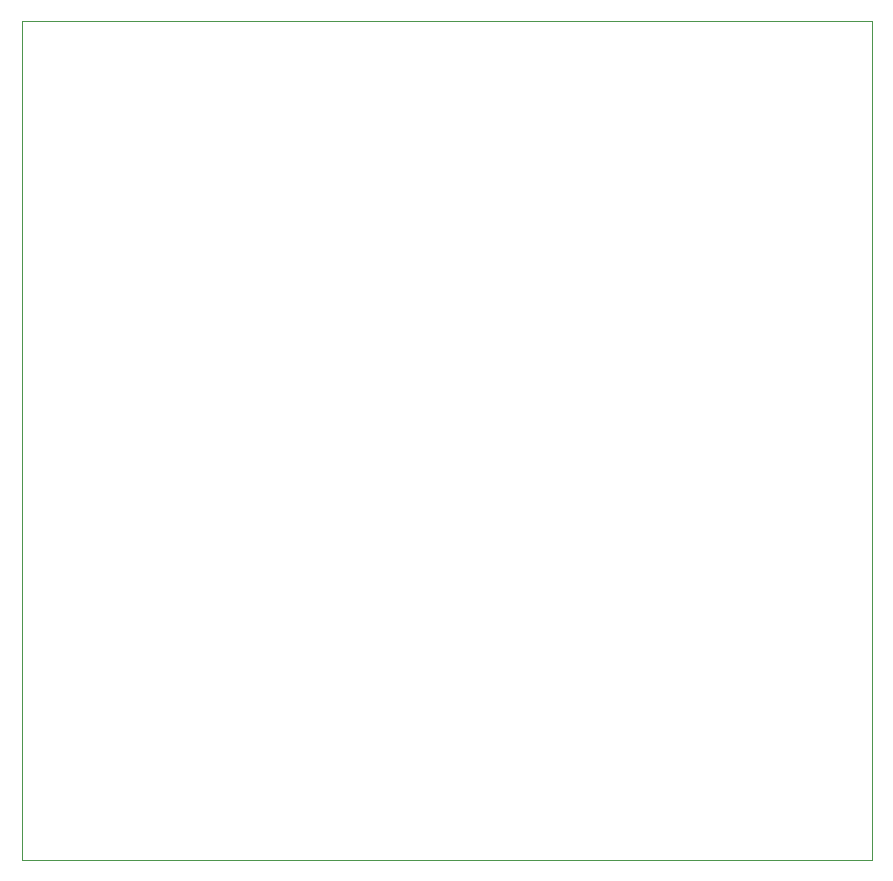
<source format=gbr>
%TF.GenerationSoftware,KiCad,Pcbnew,(5.1.8)-1*%
%TF.CreationDate,2020-12-02T17:51:50+01:00*%
%TF.ProjectId,board,626f6172-642e-46b6-9963-61645f706362,rev?*%
%TF.SameCoordinates,Original*%
%TF.FileFunction,Profile,NP*%
%FSLAX46Y46*%
G04 Gerber Fmt 4.6, Leading zero omitted, Abs format (unit mm)*
G04 Created by KiCad (PCBNEW (5.1.8)-1) date 2020-12-02 17:51:50*
%MOMM*%
%LPD*%
G01*
G04 APERTURE LIST*
%TA.AperFunction,Profile*%
%ADD10C,0.050000*%
%TD*%
G04 APERTURE END LIST*
D10*
X51000000Y-27000000D02*
X123000000Y-27000000D01*
X51000000Y-98000000D02*
X51000000Y-27000000D01*
X123000000Y-98000000D02*
X51000000Y-98000000D01*
X123000000Y-27000000D02*
X123000000Y-98000000D01*
M02*

</source>
